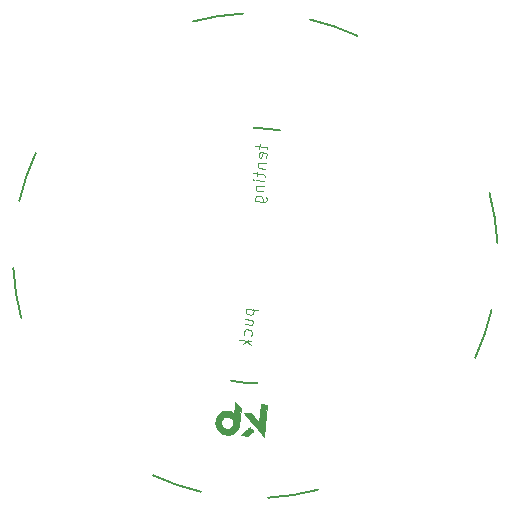
<source format=gbr>
%TF.GenerationSoftware,KiCad,Pcbnew,(5.1.10)-1*%
%TF.CreationDate,2021-08-06T22:16:46+02:00*%
%TF.ProjectId,architeuthis_dux,61726368-6974-4657-9574-6869735f6475,VERSION_HERE*%
%TF.SameCoordinates,Original*%
%TF.FileFunction,Legend,Bot*%
%TF.FilePolarity,Positive*%
%FSLAX46Y46*%
G04 Gerber Fmt 4.6, Leading zero omitted, Abs format (unit mm)*
G04 Created by KiCad (PCBNEW (5.1.10)-1) date 2021-08-06 22:16:46*
%MOMM*%
%LPD*%
G01*
G04 APERTURE LIST*
%ADD10C,0.010000*%
%ADD11C,0.200000*%
%ADD12C,0.100000*%
G04 APERTURE END LIST*
D10*
%TO.C,REF\u002A\u002A*%
G36*
X57748000Y22847581D02*
G01*
X57018069Y23717208D01*
X56730529Y23739259D01*
X56442989Y23761311D01*
X57212023Y22830606D01*
X57319065Y22701061D01*
X57423269Y22574950D01*
X57523529Y22453610D01*
X57618740Y22338380D01*
X57707797Y22230597D01*
X57789595Y22131599D01*
X57863028Y22042723D01*
X57926991Y21965309D01*
X57980378Y21900692D01*
X58022084Y21850211D01*
X58051004Y21815204D01*
X58063513Y21800060D01*
X58145969Y21700218D01*
X58384939Y24431654D01*
X57890374Y24474923D01*
X57748000Y22847581D01*
G37*
X57748000Y22847581D02*
X57018069Y23717208D01*
X56730529Y23739259D01*
X56442989Y23761311D01*
X57212023Y22830606D01*
X57319065Y22701061D01*
X57423269Y22574950D01*
X57523529Y22453610D01*
X57618740Y22338380D01*
X57707797Y22230597D01*
X57789595Y22131599D01*
X57863028Y22042723D01*
X57926991Y21965309D01*
X57980378Y21900692D01*
X58022084Y21850211D01*
X58051004Y21815204D01*
X58063513Y21800060D01*
X58145969Y21700218D01*
X58384939Y24431654D01*
X57890374Y24474923D01*
X57748000Y22847581D01*
G36*
X55650210Y24169664D02*
G01*
X55640934Y24065837D01*
X55632015Y23969503D01*
X55623695Y23883013D01*
X55616216Y23808720D01*
X55609815Y23748975D01*
X55604735Y23706132D01*
X55601216Y23682542D01*
X55599961Y23678607D01*
X55588127Y23685980D01*
X55564800Y23704426D01*
X55542257Y23723666D01*
X55434160Y23804116D01*
X55316689Y23863685D01*
X55189215Y23902619D01*
X55051104Y23921165D01*
X55033302Y23922052D01*
X54943437Y23923337D01*
X54866205Y23918111D01*
X54793126Y23904938D01*
X54715728Y23882381D01*
X54643298Y23855954D01*
X54509290Y23792098D01*
X54388783Y23710309D01*
X54282933Y23612172D01*
X54192892Y23499265D01*
X54119814Y23373170D01*
X54064851Y23235467D01*
X54029158Y23087737D01*
X54017796Y22998718D01*
X54014758Y22845923D01*
X54033395Y22699177D01*
X54074203Y22555839D01*
X54121921Y22444336D01*
X54196823Y22317031D01*
X54288911Y22203725D01*
X54396108Y22105687D01*
X54516337Y22024184D01*
X54647520Y21960485D01*
X54787582Y21915855D01*
X54934445Y21891564D01*
X55034700Y21887293D01*
X55180927Y21899476D01*
X55324993Y21933323D01*
X55463409Y21987444D01*
X55592684Y22060452D01*
X55709328Y22150956D01*
X55718489Y22159356D01*
X55808386Y22256009D01*
X55888113Y22367667D01*
X55954039Y22488243D01*
X56002532Y22611646D01*
X56015415Y22657146D01*
X56020493Y22685206D01*
X56027193Y22734883D01*
X56033044Y22784897D01*
X55538594Y22828156D01*
X55519561Y22731899D01*
X55481050Y22640890D01*
X55447786Y22589449D01*
X55373412Y22507336D01*
X55288057Y22443655D01*
X55194390Y22399157D01*
X55095085Y22374586D01*
X54992815Y22370691D01*
X54890251Y22388218D01*
X54819382Y22413779D01*
X54777951Y22433552D01*
X54738715Y22454411D01*
X54723287Y22463566D01*
X54680875Y22498399D01*
X54635766Y22548716D01*
X54592725Y22608150D01*
X54556522Y22670335D01*
X54538457Y22710389D01*
X54522209Y22756226D01*
X54512977Y22795789D01*
X54509334Y22838561D01*
X54509852Y22894030D01*
X54510032Y22899325D01*
X54522734Y23005868D01*
X54554035Y23101396D01*
X54605664Y23190658D01*
X54625852Y23217530D01*
X54696939Y23289513D01*
X54780874Y23344577D01*
X54874134Y23382087D01*
X54973194Y23401405D01*
X55074526Y23401895D01*
X55174605Y23382919D01*
X55269908Y23343839D01*
X55283310Y23336356D01*
X55366312Y23275943D01*
X55434075Y23201540D01*
X55485891Y23116354D01*
X55521053Y23023589D01*
X55538857Y22926455D01*
X55538594Y22828156D01*
X56033044Y22784897D01*
X56035369Y22804773D01*
X56044875Y22893471D01*
X56055566Y22999572D01*
X56067296Y23121670D01*
X56079921Y23258362D01*
X56093296Y23408241D01*
X56094322Y23419932D01*
X56154695Y24109006D01*
X55693375Y24661341D01*
X55650210Y24169664D01*
G37*
X55650210Y24169664D02*
X55640934Y24065837D01*
X55632015Y23969503D01*
X55623695Y23883013D01*
X55616216Y23808720D01*
X55609815Y23748975D01*
X55604735Y23706132D01*
X55601216Y23682542D01*
X55599961Y23678607D01*
X55588127Y23685980D01*
X55564800Y23704426D01*
X55542257Y23723666D01*
X55434160Y23804116D01*
X55316689Y23863685D01*
X55189215Y23902619D01*
X55051104Y23921165D01*
X55033302Y23922052D01*
X54943437Y23923337D01*
X54866205Y23918111D01*
X54793126Y23904938D01*
X54715728Y23882381D01*
X54643298Y23855954D01*
X54509290Y23792098D01*
X54388783Y23710309D01*
X54282933Y23612172D01*
X54192892Y23499265D01*
X54119814Y23373170D01*
X54064851Y23235467D01*
X54029158Y23087737D01*
X54017796Y22998718D01*
X54014758Y22845923D01*
X54033395Y22699177D01*
X54074203Y22555839D01*
X54121921Y22444336D01*
X54196823Y22317031D01*
X54288911Y22203725D01*
X54396108Y22105687D01*
X54516337Y22024184D01*
X54647520Y21960485D01*
X54787582Y21915855D01*
X54934445Y21891564D01*
X55034700Y21887293D01*
X55180927Y21899476D01*
X55324993Y21933323D01*
X55463409Y21987444D01*
X55592684Y22060452D01*
X55709328Y22150956D01*
X55718489Y22159356D01*
X55808386Y22256009D01*
X55888113Y22367667D01*
X55954039Y22488243D01*
X56002532Y22611646D01*
X56015415Y22657146D01*
X56020493Y22685206D01*
X56027193Y22734883D01*
X56033044Y22784897D01*
X55538594Y22828156D01*
X55519561Y22731899D01*
X55481050Y22640890D01*
X55447786Y22589449D01*
X55373412Y22507336D01*
X55288057Y22443655D01*
X55194390Y22399157D01*
X55095085Y22374586D01*
X54992815Y22370691D01*
X54890251Y22388218D01*
X54819382Y22413779D01*
X54777951Y22433552D01*
X54738715Y22454411D01*
X54723287Y22463566D01*
X54680875Y22498399D01*
X54635766Y22548716D01*
X54592725Y22608150D01*
X54556522Y22670335D01*
X54538457Y22710389D01*
X54522209Y22756226D01*
X54512977Y22795789D01*
X54509334Y22838561D01*
X54509852Y22894030D01*
X54510032Y22899325D01*
X54522734Y23005868D01*
X54554035Y23101396D01*
X54605664Y23190658D01*
X54625852Y23217530D01*
X54696939Y23289513D01*
X54780874Y23344577D01*
X54874134Y23382087D01*
X54973194Y23401405D01*
X55074526Y23401895D01*
X55174605Y23382919D01*
X55269908Y23343839D01*
X55283310Y23336356D01*
X55366312Y23275943D01*
X55434075Y23201540D01*
X55485891Y23116354D01*
X55521053Y23023589D01*
X55538857Y22926455D01*
X55538594Y22828156D01*
X56033044Y22784897D01*
X56035369Y22804773D01*
X56044875Y22893471D01*
X56055566Y22999572D01*
X56067296Y23121670D01*
X56079921Y23258362D01*
X56093296Y23408241D01*
X56094322Y23419932D01*
X56154695Y24109006D01*
X55693375Y24661341D01*
X55650210Y24169664D01*
G36*
X56908858Y22512913D02*
G01*
X56884249Y22492116D01*
X56846805Y22459725D01*
X56798687Y22417666D01*
X56742064Y22367866D01*
X56679098Y22312248D01*
X56611957Y22252738D01*
X56542803Y22191262D01*
X56473803Y22129743D01*
X56407122Y22070109D01*
X56344924Y22014282D01*
X56289375Y21964190D01*
X56242639Y21921757D01*
X56206882Y21888909D01*
X56184268Y21867569D01*
X56181749Y21865088D01*
X56150624Y21834048D01*
X56768279Y21780010D01*
X56956315Y21940301D01*
X57014623Y21990152D01*
X57069205Y22037086D01*
X57116792Y22078275D01*
X57154122Y22110892D01*
X57177930Y22132107D01*
X57181399Y22135308D01*
X57218448Y22170027D01*
X57072088Y22344792D01*
X57026874Y22398391D01*
X56986595Y22445406D01*
X56953611Y22483137D01*
X56930284Y22508888D01*
X56918977Y22519964D01*
X56918464Y22520192D01*
X56908858Y22512913D01*
G37*
X56908858Y22512913D02*
X56884249Y22492116D01*
X56846805Y22459725D01*
X56798687Y22417666D01*
X56742064Y22367866D01*
X56679098Y22312248D01*
X56611957Y22252738D01*
X56542803Y22191262D01*
X56473803Y22129743D01*
X56407122Y22070109D01*
X56344924Y22014282D01*
X56289375Y21964190D01*
X56242639Y21921757D01*
X56206882Y21888909D01*
X56184268Y21867569D01*
X56181749Y21865088D01*
X56150624Y21834048D01*
X56768279Y21780010D01*
X56956315Y21940301D01*
X57014623Y21990152D01*
X57069205Y22037086D01*
X57116792Y22078275D01*
X57154122Y22110892D01*
X57177930Y22132107D01*
X57181399Y22135308D01*
X57218448Y22170027D01*
X57072088Y22344792D01*
X57026874Y22398391D01*
X56986595Y22445406D01*
X56953611Y22483137D01*
X56930284Y22508888D01*
X56918977Y22519964D01*
X56918464Y22520192D01*
X56908858Y22512913D01*
D11*
X55340217Y26453335D02*
G75*
G03*
X56459154Y26296078I2059783J10596665D01*
G01*
X57211601Y47843356D02*
G75*
G02*
X58340846Y47803922I188399J-10793356D01*
G01*
X59459783Y47646665D02*
G75*
G03*
X58340846Y47803922I-2059783J-10596665D01*
G01*
X57588399Y26256644D02*
G75*
G02*
X56459154Y26296078I-188399J10793356D01*
G01*
X38798045Y45712274D02*
G75*
G03*
X37406371Y41667631I18601955J-8662274D01*
G01*
X37576463Y31749519D02*
G75*
G02*
X36908276Y35974378I19823537J5300481D01*
G01*
X48737725Y18448045D02*
G75*
G03*
X52782369Y17056371I8662275J18601955D01*
G01*
X62700480Y17226462D02*
G75*
G02*
X58475622Y16558276I-5300480J19823538D01*
G01*
X76001954Y28387722D02*
G75*
G03*
X77393629Y32432369I-18601954J8662278D01*
G01*
X77223537Y42350483D02*
G75*
G02*
X77891724Y38125622I-19823537J-5300483D01*
G01*
X66062279Y55651953D02*
G75*
G03*
X62017631Y57043629I-8662279J-18601953D01*
G01*
X52099519Y56873537D02*
G75*
G02*
X56324378Y57541724I5300481J-19823537D01*
G01*
D12*
X56601721Y32570027D02*
X57597916Y32482871D01*
X56649159Y32565877D02*
X56593420Y32475151D01*
X56576819Y32285400D01*
X56615956Y32186374D01*
X56659244Y32134786D01*
X56749969Y32079047D01*
X57034597Y32054146D01*
X57133622Y32093283D01*
X57185211Y32136570D01*
X57240949Y32227296D01*
X57257550Y32417047D01*
X57218413Y32516073D01*
X56485513Y31241767D02*
X57149643Y31183663D01*
X56522866Y31668708D02*
X57044682Y31623055D01*
X57135407Y31567316D01*
X57174545Y31468290D01*
X57162094Y31325977D01*
X57106355Y31235251D01*
X57054767Y31191964D01*
X57023350Y30286495D02*
X57079088Y30377220D01*
X57095689Y30566971D01*
X57056552Y30665997D01*
X57013265Y30717585D01*
X56922539Y30773324D01*
X56637912Y30798226D01*
X56538886Y30759088D01*
X56487298Y30715801D01*
X56431560Y30625075D01*
X56414959Y30435324D01*
X56454096Y30336298D01*
X57033435Y29855404D02*
X56037241Y29942559D01*
X56645632Y29793730D02*
X57000233Y29475901D01*
X56336103Y29534005D02*
X56748808Y29880305D01*
X57754634Y46476461D02*
X57721431Y46096959D01*
X57410118Y46363200D02*
X58263999Y46288495D01*
X58354724Y46232757D01*
X58393862Y46133731D01*
X58385561Y46038855D01*
X58275869Y45331438D02*
X58331608Y45422163D01*
X58348209Y45611914D01*
X58309071Y45710940D01*
X58218346Y45766679D01*
X57838843Y45799881D01*
X57739817Y45760744D01*
X57684079Y45670018D01*
X57667478Y45480267D01*
X57706615Y45381241D01*
X57797341Y45325502D01*
X57892216Y45317202D01*
X58028595Y45783280D01*
X57617675Y44911013D02*
X58281804Y44852909D01*
X57712550Y44902712D02*
X57660962Y44859425D01*
X57605224Y44768699D01*
X57592773Y44626386D01*
X57631910Y44527360D01*
X57722636Y44471621D01*
X58244452Y44425968D01*
X57551270Y44152007D02*
X57518068Y43772504D01*
X57206754Y44038746D02*
X58060636Y43964041D01*
X58151361Y43908302D01*
X58190498Y43809276D01*
X58182198Y43714401D01*
X58153146Y43382336D02*
X57489016Y43440440D01*
X57156951Y43469491D02*
X57208539Y43512779D01*
X57251827Y43461191D01*
X57200239Y43417903D01*
X57156951Y43469491D01*
X57251827Y43461191D01*
X57447513Y42966061D02*
X58111643Y42907957D01*
X57542389Y42957761D02*
X57490801Y42914473D01*
X57435063Y42823748D01*
X57422612Y42681434D01*
X57461749Y42582408D01*
X57552474Y42526670D01*
X58074291Y42481017D01*
X57331306Y41637802D02*
X58137749Y41567247D01*
X58236775Y41606384D01*
X58288363Y41649672D01*
X58344101Y41740397D01*
X58356552Y41882711D01*
X58317415Y41981737D01*
X57947998Y41583848D02*
X58003736Y41674573D01*
X58020337Y41864325D01*
X57981200Y41963351D01*
X57937912Y42014939D01*
X57847187Y42070677D01*
X57562560Y42095579D01*
X57463534Y42056442D01*
X57411946Y42013154D01*
X57356207Y41922429D01*
X57339606Y41732677D01*
X57378744Y41633651D01*
%TD*%
M02*

</source>
